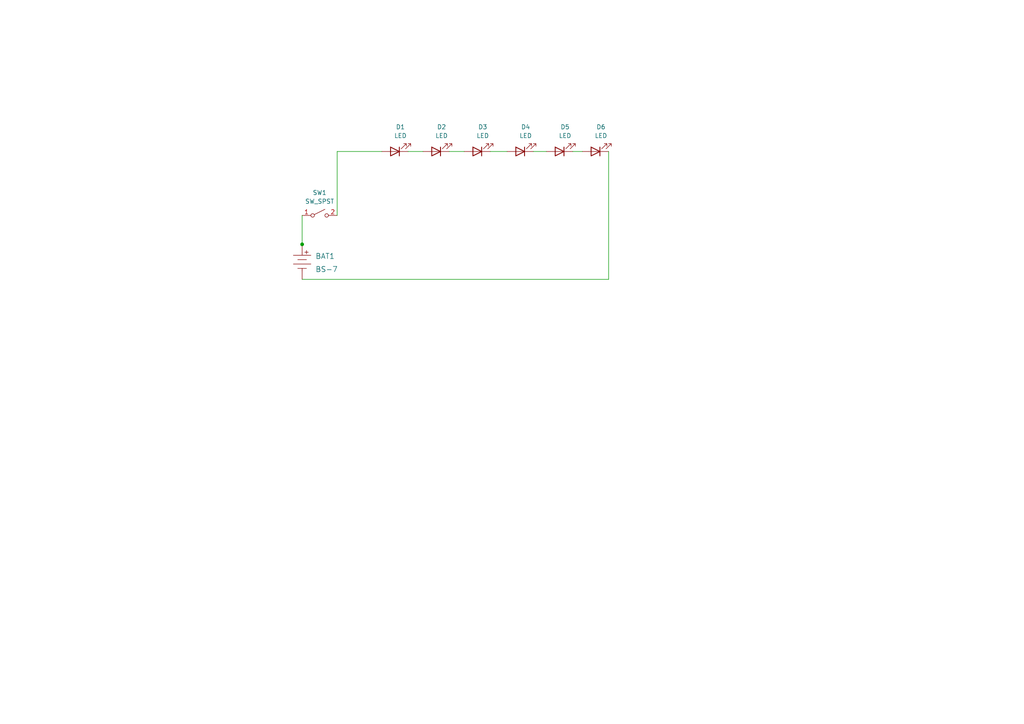
<source format=kicad_sch>
(kicad_sch (version 20211123) (generator eeschema)
  (paper "A4")
  (lib_symbols
    (symbol "Device:LED" (pin_numbers hide) (pin_names (offset 1.016) hide)
      (property "Reference" "D" (at 0 2.54 0))
      (property "Value" "LED" (at 0 -2.54 0))
      (symbol "LED_0_1"
        (polyline (pts (xy -1.27 -1.27) (xy -1.27 1.27)) (stroke (width 0.254)))
        (polyline (pts (xy -1.27 0) (xy 1.27 0)))
        (polyline (pts (xy 1.27 -1.27) (xy 1.27 1.27) (xy -1.27 0) (xy 1.27 -1.27)) (stroke (width 0.254)))
        (polyline (pts (xy -3.048 -0.762) (xy -4.572 -2.286) (xy -3.81 -2.286) (xy -4.572 -2.286) (xy -4.572 -1.524)))
        (polyline (pts (xy -1.778 -0.762) (xy -3.302 -2.286) (xy -2.54 -2.286) (xy -3.302 -2.286) (xy -3.302 -1.524)))
      )
      (symbol "LED_1_1"
        (pin passive line (at -3.81 0 0) (length 2.54) (name "K") (number "1"))
        (pin passive line (at 3.81 0 180) (length 2.54) (name "A") (number "2"))
      )
    )
    (symbol "Switch:SW_SPST" (pin_names (offset 0) hide)
      (property "Reference" "SW" (at 0 3.175 0))
      (property "Value" "SW_SPST" (at 0 -2.54 0))
      (symbol "SW_SPST_0_0"
        (circle (center -2.032 0) (radius 0.508))
        (polyline (pts (xy -1.524 0.254) (xy 1.524 1.778)))
        (circle (center 2.032 0) (radius 0.508))
      )
      (symbol "SW_SPST_1_1"
        (pin passive line (at -5.08 0 0) (length 2.54) (name "A") (number "1"))
        (pin passive line (at 5.08 0 180) (length 2.54) (name "B") (number "2"))
      )
    )
    (symbol "dk_Battery-Holders-Clips-Contacts:BS-7" (pin_numbers hide) (pin_names (offset 1.016))
      (property "Reference" "BAT" (at -1.27 3.81 0))
      (property "Value" "BS-7" (at -1.27 -3.81 0))
      (symbol "BS-7_1_1"
        (polyline (pts (xy 0 -2.54) (xy 0 -1.905)))
        (polyline (pts (xy 0 1.905) (xy 0 2.54)))
        (polyline (pts (xy 1.27 -1.905) (xy -1.27 -1.905)))
        (polyline (pts (xy 1.27 0.635) (xy -1.27 0.635)))
        (polyline (pts (xy 1.27 2.286) (xy 1.27 3.302)))
        (polyline (pts (xy 1.778 2.794) (xy 0.762 2.794)))
        (polyline (pts (xy 2.54 -0.635) (xy -2.54 -0.635)))
        (polyline (pts (xy 2.54 1.905) (xy -2.54 1.905)))
        (pin power_out line (at 0 -5.08 90) (length 2.54) (name "~") (number "Neg"))
        (pin power_out line (at 0 5.08 270) (length 2.54) (name "~") (number "Pos"))
      )
    )
  )
  (junction (at 87.63 70.866))
  (wire (pts (xy 87.63 62.484) (xy 87.63 70.866)))
  (wire (pts (xy 176.53 81.026) (xy 87.63 81.026)))
  (wire (pts (xy 130.302 43.942) (xy 134.62 43.942)))
  (wire (pts (xy 142.24 43.942) (xy 147.066 43.942)))
  (wire (pts (xy 118.364 43.942) (xy 122.682 43.942)))
  (wire (pts (xy 97.79 62.484) (xy 97.79 43.942)))
  (wire (pts (xy 87.63 70.866) (xy 87.63 71.12)))
  (wire (pts (xy 97.79 43.942) (xy 110.744 43.942)))
  (wire (pts (xy 176.53 43.942) (xy 176.53 81.026)))
  (wire (pts (xy 154.686 43.942) (xy 158.496 43.942)))
  (wire (pts (xy 166.116 43.942) (xy 168.91 43.942)))
  (symbol (lib_id "Device:LED") (at 126.492 43.942 180) (unit 1)
    (property "Reference" "D2" (at 128.0795 36.83 0))
    (property "Value" "LED" (at 128.0795 39.37 0))
    (property "Footprint" "LED_THT:LED_D5.0mm" (effects hide))
  )
  (symbol (lib_id "Device:LED") (at 150.876 43.942 180) (unit 1)
    (property "Reference" "D4" (at 152.4635 36.83 0))
    (property "Value" "LED" (at 152.4635 39.37 0))
    (property "Footprint" "LED_THT:LED_D5.0mm" (effects hide))
  )
  (symbol (lib_id "Device:LED") (at 162.306 43.942 180) (unit 1)
    (property "Reference" "D5" (at 163.8935 36.83 0))
    (property "Value" "LED" (at 163.8935 39.37 0))
    (property "Footprint" "LED_THT:LED_D5.0mm" (effects hide))
  )
  (symbol (lib_id "Device:LED") (at 138.43 43.942 180) (unit 1)
    (property "Reference" "D3" (at 140.0175 36.83 0))
    (property "Value" "LED" (at 140.0175 39.37 0))
    (property "Footprint" "LED_THT:LED_D5.0mm" (effects hide))
  )
  (symbol (lib_id "Switch:SW_SPST") (at 92.71 62.484 0) (unit 1)
    (property "Reference" "SW1" (at 92.71 55.88 0))
    (property "Value" "SW_SPST" (at 92.71 58.42 0))
    (property "Footprint" "digikey-footprints:Switch_Slide_11.6x4mm_EG1218" (effects hide))
  )
  (symbol (lib_id "dk_Battery-Holders-Clips-Contacts:BS-7") (at 87.63 75.946 0) (unit 1)
    (property "Reference" "BAT1" (at 91.44 74.295 0) (effects (font (size 1.524 1.524)) (justify left)))
    (property "Value" "BS-7" (at 91.44 78.105 0) (effects (font (size 1.524 1.524)) (justify left)))
    (property "Footprint" "digikey-footprints:Battery_Holder_Coin_2032_BS-7" (effects hide))
    (property "Datasheet" "http://www.memoryprotectiondevices.com/datasheets/BS-7-datasheet.pdf" (effects hide))
    (property "Digi-Key_PN" "BS-7-ND" (effects hide))
    (property "MPN" "BS-7" (effects hide))
    (property "Category" "Battery Products" (effects hide))
    (property "Family" "Battery Holders, Clips, Contacts" (effects hide))
    (property "DK_Datasheet_Link" "http://www.memoryprotectiondevices.com/datasheets/BS-7-datasheet.pdf" (effects hide))
    (property "DK_Detail_Page" "/product-detail/en/mpd-memory-protection-devices/BS-7/BS-7-ND/389447" (effects hide))
    (property "Description" "BATTERY HOLDER COIN 20MM PC PIN" (effects hide))
    (property "Manufacturer" "MPD (Memory Protection Devices)" (effects hide))
    (property "Status" "Active" (effects hide))
  )
  (symbol (lib_id "Device:LED") (at 114.554 43.942 180) (unit 1)
    (property "Reference" "D1" (at 116.1415 36.83 0))
    (property "Value" "LED" (at 116.1415 39.37 0))
    (property "Footprint" "LED_THT:LED_D5.0mm" (effects hide))
  )
  (symbol (lib_id "Device:LED") (at 172.72 43.942 180) (unit 1)
    (property "Reference" "D6" (at 174.3075 36.83 0))
    (property "Value" "LED" (at 174.3075 39.37 0))
    (property "Footprint" "LED_THT:LED_D5.0mm" (effects hide))
  )
)
</source>
